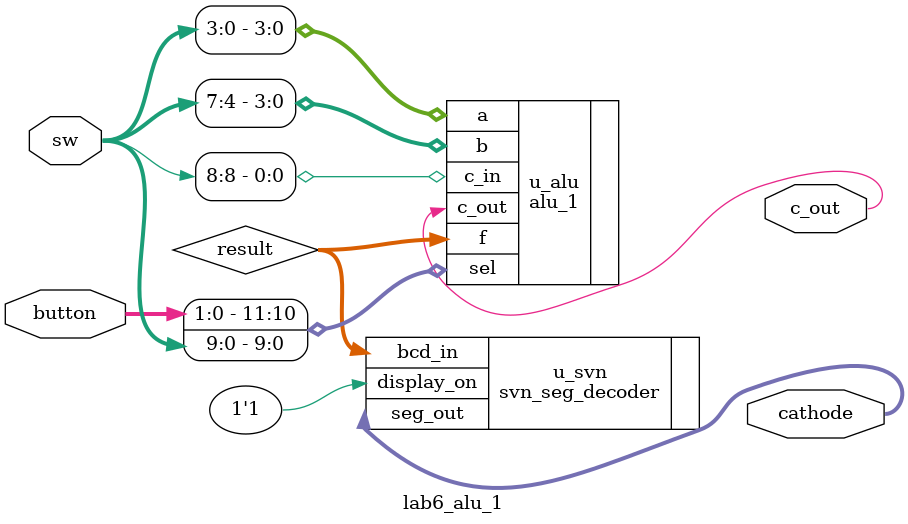
<source format=sv>
`timescale 1ns / 1ps
module lab6_alu_1 (
	output logic c_out,
	output logic [6:0] cathode,
	input logic [9:0] sw,
	input logic [1:0] button
	);

	// Enter your code here ...
	//
	
	// declare internal signals
	//
	logic [3:0] result;

	// instantiate the appropriate modules
	//
	alu_1 u_alu (.f(result[3:0]), .c_out(c_out), .a(sw[3:0]), .b(sw[7:4]), .c_in(sw[8]), .sel({button[1:0], sw[9:0]}));
	svn_seg_decoder u_svn (.seg_out(cathode[6:0]), .bcd_in(result[3:0]), .display_on(1'b1));

endmodule

</source>
